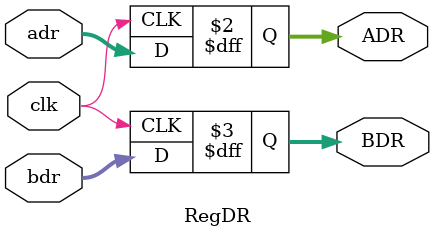
<source format=v>
`timescale 1ns / 1ps
module RegDR(clk,
				adr,
				bdr,
				ADR,
				BDR);
	input clk;
	input[31:0] adr, bdr;
	output reg[31:0] ADR, BDR;
	
	always @(negedge clk)
		begin
			ADR <= adr;
			BDR <= bdr;
		end

endmodule

</source>
